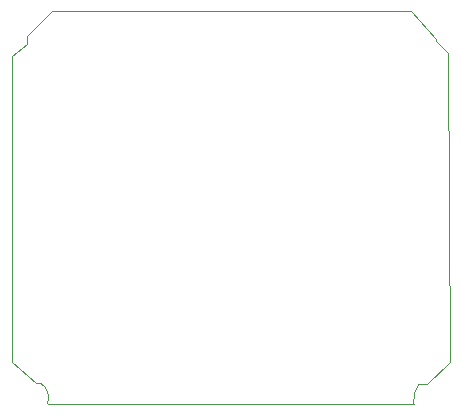
<source format=gko>
G04 Layer: BoardOutlineLayer*
G04 EasyEDA Pro v1.9.29.eba1c1, 2023-03-25 18:59:35*
G04 Gerber Generator version 0.3*
G04 Scale: 100 percent, Rotated: No, Reflected: No*
G04 Dimensions in millimeters*
G04 Leading zeros omitted, absolute positions, 3 integers and 3 decimals*
%FSLAX33Y33*%
%MOMM*%
%ADD10C,0.09906*%
%ADD11C,0.1*%
G75*


G04 PolygonModel Start*
G54D10*
G01X-14732Y-17653D02*
G01X16256Y-17653D01*
G01X17399Y-16002D02*
G01X16704Y-16002D01*
G01X16704Y-16002D02*
G03X16256Y-17653I2012J-1432D01*
G54D11*
G01X-17780Y-14097D02*
G01X-17780Y11811D01*
G54D10*
G01X-15315Y-15929D02*
G02X-14732Y-17653I-813J-1236D01*
G54D11*
G01X-14351Y15621D02*
G01X16002Y15621D01*
G01X19304Y-14097D02*
G01X19177Y12065D01*
G54D10*
G01X-15748Y-15875D02*
G01X-15315Y-15929D01*
G01X-17780Y11811D02*
G01X-16510Y12774D01*
G01Y13462D01*
G01X-14351Y15621D01*
G01X19177Y12065D02*
G01X18161Y13081D01*
G01Y13208D01*
G01X16002Y15621D01*
G01X-17780Y-14097D02*
G01X-15694Y-15929D01*
G01X-15686D01*
G01X19304Y-14097D02*
G01X17399Y-16002D01*
G01X17059D01*
G04 PolygonModel End*

M02*

</source>
